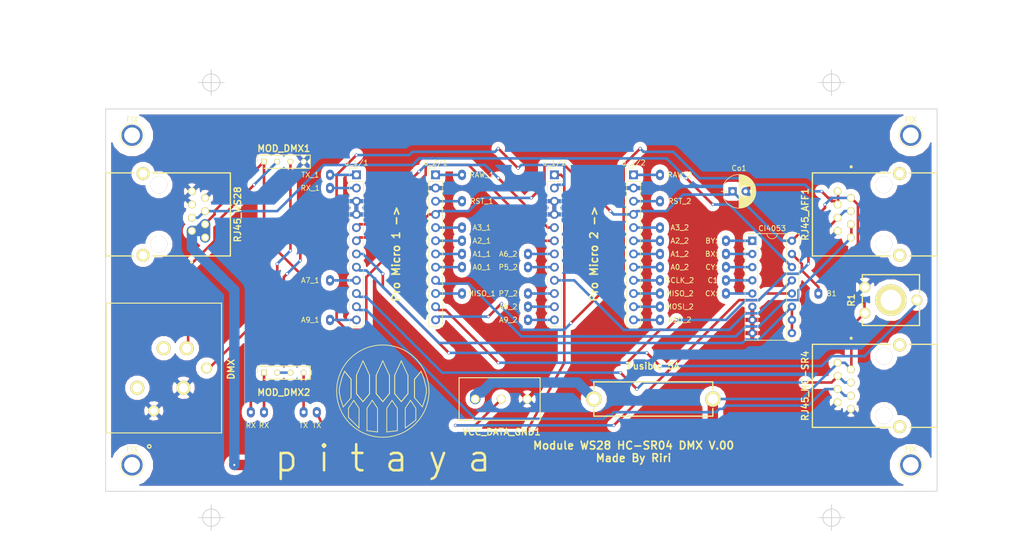
<source format=kicad_pcb>
(kicad_pcb (version 4) (host pcbnew 4.0.6)
  (title_block (title "Module WS28 HC-SR04 DMX") (date 2017-09-18) (rev "V 00") (company PITAYA))
  (layers (0 F.Cu signal) (31 B.Cu signal) (34 B.Paste user) (35 F.Paste user) (36 B.SilkS user) (37 F.SilkS user) (38 B.Mask user) (39 F.Mask user) (44 Edge.Cuts user))
  (net 0 "")
  (net 1 "Net-(C1-Pad1)")
  (net 2 "Net-(CI4053-Pad10)")
  (net 3 "Net-(CI4053-Pad3)")
  (net 4 "Net-(CI4053-Pad12)")
  (net 5 "Net-(CI4053-Pad5)")
  (net 6 "Net-(CI4053-Pad13)")
  (net 7 "Net-(CI4053-Pad14)")
  (net 8 "Net-(DMX_OUT_1-Pad2)")
  (net 9 "Net-(DMX_OUT_1-Pad3)")
  (net 10 "Net-(MOD_DMX2-Pad2)")
  (net 11 "Net-(R1-Pad2)")
  (net 12 "Net-(RJ45_AFF1-Pad2)")
  (net 13 "Net-(RJ45_AFF1-Pad4)")
  (net 14 "Net-(RJ45_AFF1-Pad6)")
  (net 15 "Net-(ù_1/1-Pad5)")
  (net 16 "Net-(ù_1/1-Pad6)")
  (net 17 "Net-(A0_1-Pad1)")
  (net 18 "Net-(A1_1-Pad1)")
  (net 19 "Net-(A2_1-Pad1)")
  (net 20 "Net-(A3_1-Pad1)")
  (net 21 "Net-(A7_1-Pad1)")
  (net 22 "Net-(A9_1-Pad1)")
  (net 23 "Net-(MISO_1-Pad1)")
  (net 24 "Net-(RAW_1-Pad1)")
  (net 25 "Net-(RST_1-Pad1)")
  (net 26 "Net-(RX_1-Pad1)")
  (net 27 "Net-(TX_1-Pad1)")
  (net 28 "Net-(A0_2-Pad1)")
  (net 29 "Net-(A1_2-Pad1)")
  (net 30 "Net-(A2_2-Pad1)")
  (net 31 "Net-(A3_2-Pad1)")
  (net 32 "Net-(A6_2-Pad1)")
  (net 33 "Net-(A8_2-Pad1)")
  (net 34 "Net-(A9_2-Pad1)")
  (net 35 "Net-(A10_2-Pad1)")
  (net 36 "Net-(B1-Pad1)")
  (net 37 "Net-(BX1-Pad1)")
  (net 38 "Net-(BY1-Pad1)")
  (net 39 "Net-(CI4053-Pad6)")
  (net 40 "Net-(CI4053-Pad16)")
  (net 41 "Net-(MISO_2-Pad1)")
  (net 42 "Net-(MOD_DMX2-Pad1)")
  (net 43 "Net-(MOD_DMX2-Pad4)")
  (net 44 "Net-(MOSI_2-Pad1)")
  (net 45 "Net-(P5_2-Pad1)")
  (net 46 "Net-(P7_2-Pad1)")
  (net 47 "Net-(RAW_2-Pad1)")
  (net 48 "Net-(RJ45_HC-SR4-Pad3)")
  (net 49 "Net-(RJ45_HC-SR4-Pad5)")
  (net 50 "Net-(RST_2-Pad1)")
  (net 51 "Net-(SCLK_2-Pad1)")
  (net 52 "Net-(U1-Pad1)")
  (net 53 "Net-(RX_2-Pad1)")
  (net 54 "Net-(TX1-Pad1)")
  (module FX0321 (layer F.Cu) (at 186.69 109.22)
    (fp_text reference "Fusible 5A" (at 0 -6.35) (layer F.SilkS) (effects (font (size 1.27 1.27) (thickness 0.254))))
    (fp_text value FX0321 hide)
    (pad 1 thru_hole circle (at -11.45 0 90) (size 3 3) (drill 2) (layers *.Cu *.Mask F.SilkS) (net 52 "Net-(U1-Pad1)"))
    (pad 2 thru_hole circle (at 11.45 0 90) (size 3 3) (drill 2) (layers *.Cu *.Mask F.SilkS) (net 40 "Net-(CI4053-Pad16)"))
  )
  (module Connectors:1pin (layer F.Cu) (at 86.36 58.42)
    (fp_text reference FIX (at 0 -3.048) (layer F.SilkS))
    (fp_text value 1pin)
    (pad 1 thru_hole circle (at 0 0) (size 4.064 4.064) (drill 3.048) (layers *.Cu *.Mask))
  )
  (module Connectors:1pin (layer F.Cu) (at 86.36 121.92)
    (fp_text reference FIX (at 0 -3.048) (layer F.SilkS))
    (fp_text value 1pin)
    (pad 1 thru_hole circle (at 0 0) (size 4.064 4.064) (drill 3.048) (layers *.Cu *.Mask))
  )
  (module Connectors:1pin (layer F.Cu) (at 236.22 121.92)
    (fp_text reference FIX (at 0 -3.048) (layer F.SilkS))
    (fp_text value 1pin)
    (pad 1 thru_hole circle (at 0 0) (size 4.064 4.064) (drill 3.048) (layers *.Cu *.Mask))
  )
  (module "TM21R-5C-88(riri)" (layer F.Cu) (at 81.28 73.66 270)
    (fp_text reference RJ45_WS28 (at 0 -25.4 270) (layer F.SilkS) (effects (font (size 1.27 1.27) (thickness 0.254))))
    (fp_text value "TM21R-5C-88(50)" hide)
    (pad 1 thru_hole circle (at 3.175 -16.6) (size 1.5 1.5) (drill 1) (layers *.Cu *.Mask F.SilkS) (net 40 "Net-(CI4053-Pad16)"))
    (pad 2 thru_hole circle (at 4.445 -19.14) (size 1.5 1.5) (drill 1) (layers *.Cu *.Mask F.SilkS) (net 40 "Net-(CI4053-Pad16)"))
    (pad 3 thru_hole circle (at 1.905 -19.14) (size 1.5 1.5) (drill 1) (layers *.Cu *.Mask F.SilkS) (net 40 "Net-(CI4053-Pad16)"))
    (pad 4 thru_hole circle (at 0.635 -16.6) (size 1.5 1.5) (drill 1) (layers *.Cu *.Mask F.SilkS) (net 7 "Net-(CI4053-Pad14)"))
    (pad 5 thru_hole circle (at -0.635 -19.14) (size 1.5 1.5) (drill 1) (layers *.Cu *.Mask F.SilkS) (net 7 "Net-(CI4053-Pad14)"))
    (pad 6 thru_hole circle (at -1.905 -16.6) (size 1.5 1.5) (drill 1) (layers *.Cu *.Mask F.SilkS) (net 39 "Net-(CI4053-Pad6)"))
    (pad 7 thru_hole circle (at -4.445 -16.6) (size 1.5 1.5) (drill 1) (layers *.Cu *.Mask F.SilkS) (net 39 "Net-(CI4053-Pad6)"))
    (pad 8 thru_hole circle (at -3.175 -19.14) (size 1.5 1.5) (drill 1) (layers *.Cu *.Mask F.SilkS) (net 39 "Net-(CI4053-Pad6)"))
    (pad 9 thru_hole circle (at -5.715 -10.25) (size 3.2 3.2) (drill 3.2) (layers *.Cu *.Mask F.SilkS))
    (pad 10 thru_hole circle (at 5.715 -10.25) (size 3.2 3.2) (drill 3.2) (layers *.Cu *.Mask F.SilkS))
    (pad 11 thru_hole circle (at -7.875 -7.2) (size 2.5 2.5) (drill 1.6) (layers *.Cu *.Mask F.SilkS))
    (pad 12 thru_hole circle (at 7.875 -7.2) (size 2.5 2.5) (drill 1.6) (layers *.Cu *.Mask F.SilkS))
  )
  (module Housings_DIP:DIP-16_W7.62mm_Socket (layer F.Cu) (at 205.74 78.74)
    (fp_text reference CI4053 (at 3.81 -2.39) (layer F.SilkS))
    (fp_text value 4053)
    (pad 1 thru_hole rect (at 0 0) (size 1.6 1.6) (drill 0.8) (layers *.Cu *.Mask) (net 38 "Net-(BY1-Pad1)"))
    (pad 9 thru_hole oval (at 7.62 17.78) (size 1.6 1.6) (drill 0.8) (layers *.Cu *.Mask) (net 2 "Net-(CI4053-Pad10)"))
    (pad 2 thru_hole oval (at 0 2.54) (size 1.6 1.6) (drill 0.8) (layers *.Cu *.Mask) (net 37 "Net-(BX1-Pad1)"))
    (pad 10 thru_hole oval (at 7.62 15.24) (size 1.6 1.6) (drill 0.8) (layers *.Cu *.Mask) (net 2 "Net-(CI4053-Pad10)"))
    (pad 3 thru_hole oval (at 0 5.08) (size 1.6 1.6) (drill 0.8) (layers *.Cu *.Mask) (net 3 "Net-(CI4053-Pad3)"))
    (pad 11 thru_hole oval (at 7.62 12.7) (size 1.6 1.6) (drill 0.8) (layers *.Cu *.Mask) (net 2 "Net-(CI4053-Pad10)"))
    (pad 4 thru_hole oval (at 0 7.62) (size 1.6 1.6) (drill 0.8) (layers *.Cu *.Mask) (net 1 "Net-(C1-Pad1)"))
    (pad 12 thru_hole oval (at 7.62 10.16) (size 1.6 1.6) (drill 0.8) (layers *.Cu *.Mask) (net 4 "Net-(CI4053-Pad12)"))
    (pad 5 thru_hole oval (at 0 10.16) (size 1.6 1.6) (drill 0.8) (layers *.Cu *.Mask) (net 5 "Net-(CI4053-Pad5)"))
    (pad 13 thru_hole oval (at 7.62 7.62) (size 1.6 1.6) (drill 0.8) (layers *.Cu *.Mask) (net 6 "Net-(CI4053-Pad13)"))
    (pad 6 thru_hole oval (at 0 12.7) (size 1.6 1.6) (drill 0.8) (layers *.Cu *.Mask) (net 39 "Net-(CI4053-Pad6)"))
    (pad 14 thru_hole oval (at 7.62 5.08) (size 1.6 1.6) (drill 0.8) (layers *.Cu *.Mask) (net 7 "Net-(CI4053-Pad14)"))
    (pad 7 thru_hole oval (at 0 15.24) (size 1.6 1.6) (drill 0.8) (layers *.Cu *.Mask) (net 39 "Net-(CI4053-Pad6)"))
    (pad 15 thru_hole oval (at 7.62 2.54) (size 1.6 1.6) (drill 0.8) (layers *.Cu *.Mask) (net 36 "Net-(B1-Pad1)"))
    (pad 8 thru_hole oval (at 0 17.78) (size 1.6 1.6) (drill 0.8) (layers *.Cu *.Mask) (net 39 "Net-(CI4053-Pad6)"))
    (pad 16 thru_hole oval (at 7.62 0) (size 1.6 1.6) (drill 0.8) (layers *.Cu *.Mask) (net 40 "Net-(CI4053-Pad16)"))
  )
  (module SHDR04 (layer F.Cu) (at 111.76 63.5)
    (fp_text reference MOD_DMX1 (at 3.81 -2.54) (layer F.SilkS) (effects (font (size 1.27 1.27) (thickness 0.254))))
    (fp_text value W35504TRC_good hide)
    (pad 1 thru_hole rect (at 0 0 90) (size 1.1 1.1) (drill 0.7) (layers *.Cu *.Mask F.SilkS) (net 40 "Net-(CI4053-Pad16)"))
    (pad 2 thru_hole circle (at 2.54 0 90) (size 1.1 1.1) (drill 0.7) (layers *.Cu *.Mask F.SilkS) (net 8 "Net-(DMX_OUT_1-Pad2)"))
    (pad 3 thru_hole circle (at 5.08 0 90) (size 1.1 1.1) (drill 0.7) (layers *.Cu *.Mask F.SilkS) (net 9 "Net-(DMX_OUT_1-Pad3)"))
    (pad 4 thru_hole circle (at 7.62 0 90) (size 1.1 1.1) (drill 0.7) (layers *.Cu *.Mask F.SilkS) (net 39 "Net-(CI4053-Pad6)"))
  )
  (module SHDR04 (layer F.Cu) (at 111.76 104.14)
    (fp_text reference MOD_DMX2 (at 3.81 3.81) (layer F.SilkS) (effects (font (size 1.27 1.27) (thickness 0.254))))
    (fp_text value W35504TRC_good hide)
    (pad 1 thru_hole rect (at 0 0 90) (size 1.1 1.1) (drill 0.7) (layers *.Cu *.Mask F.SilkS) (net 42 "Net-(MOD_DMX2-Pad1)"))
    (pad 2 thru_hole circle (at 2.54 0 90) (size 1.1 1.1) (drill 0.7) (layers *.Cu *.Mask F.SilkS) (net 10 "Net-(MOD_DMX2-Pad2)"))
    (pad 3 thru_hole circle (at 5.08 0 90) (size 1.1 1.1) (drill 0.7) (layers *.Cu *.Mask F.SilkS) (net 10 "Net-(MOD_DMX2-Pad2)"))
    (pad 4 thru_hole circle (at 7.62 0 90) (size 1.1 1.1) (drill 0.7) (layers *.Cu *.Mask F.SilkS) (net 43 "Net-(MOD_DMX2-Pad4)"))
  )
  (module "TM21R-5C-88(riri)" (layer F.Cu) (at 241.3 73.66 90)
    (fp_text reference RJ45_AFF1 (at 0 -25.4 90) (layer F.SilkS) (effects (font (size 1.27 1.27) (thickness 0.254))))
    (fp_text value "TM21R-5C-88(50)" hide)
    (pad 1 thru_hole circle (at 3.175 -16.6 180) (size 1.5 1.5) (drill 1) (layers *.Cu *.Mask F.SilkS) (net 40 "Net-(CI4053-Pad16)"))
    (pad 2 thru_hole circle (at 4.445 -19.14 180) (size 1.5 1.5) (drill 1) (layers *.Cu *.Mask F.SilkS) (net 12 "Net-(RJ45_AFF1-Pad2)"))
    (pad 3 thru_hole circle (at 1.905 -19.14 180) (size 1.5 1.5) (drill 1) (layers *.Cu *.Mask F.SilkS) (net 12 "Net-(RJ45_AFF1-Pad2)"))
    (pad 4 thru_hole circle (at 0.635 -16.6 180) (size 1.5 1.5) (drill 1) (layers *.Cu *.Mask F.SilkS) (net 13 "Net-(RJ45_AFF1-Pad4)"))
    (pad 5 thru_hole circle (at -0.635 -19.14 180) (size 1.5 1.5) (drill 1) (layers *.Cu *.Mask F.SilkS) (net 13 "Net-(RJ45_AFF1-Pad4)"))
    (pad 6 thru_hole circle (at -1.905 -16.6 180) (size 1.5 1.5) (drill 1) (layers *.Cu *.Mask F.SilkS) (net 14 "Net-(RJ45_AFF1-Pad6)"))
    (pad 7 thru_hole circle (at -4.445 -16.6 180) (size 1.5 1.5) (drill 1) (layers *.Cu *.Mask F.SilkS) (net 14 "Net-(RJ45_AFF1-Pad6)"))
    (pad 8 thru_hole circle (at -3.175 -19.14 180) (size 1.5 1.5) (drill 1) (layers *.Cu *.Mask F.SilkS) (net 39 "Net-(CI4053-Pad6)"))
    (pad 9 thru_hole circle (at -5.715 -10.25 180) (size 3.2 3.2) (drill 3.2) (layers *.Cu *.Mask F.SilkS))
    (pad 10 thru_hole circle (at 5.715 -10.25 180) (size 3.2 3.2) (drill 3.2) (layers *.Cu *.Mask F.SilkS))
    (pad 11 thru_hole circle (at -7.875 -7.2 180) (size 2.5 2.5) (drill 1.6) (layers *.Cu *.Mask F.SilkS))
    (pad 12 thru_hole circle (at 7.875 -7.2 180) (size 2.5 2.5) (drill 1.6) (layers *.Cu *.Mask F.SilkS))
  )
  (module Pin_Headers:Pin_Header_Straight_1x12_Pitch2.54mm (layer F.Cu) (at 129.54 66.04)
    (fp_text reference ù_1/1 (at 0 -2.33) (layer F.SilkS))
    (fp_text value CONN_01X12)
    (pad 1 thru_hole rect (at 0 0) (size 1.7 1.7) (drill 1) (layers *.Cu *.Mask) (net 27 "Net-(TX_1-Pad1)"))
    (pad 2 thru_hole oval (at 0 2.54) (size 1.7 1.7) (drill 1) (layers *.Cu *.Mask) (net 26 "Net-(RX_1-Pad1)"))
    (pad 3 thru_hole oval (at 0 5.08) (size 1.7 1.7) (drill 1) (layers *.Cu *.Mask) (net 39 "Net-(CI4053-Pad6)"))
    (pad 4 thru_hole oval (at 0 7.62) (size 1.7 1.7) (drill 1) (layers *.Cu *.Mask) (net 39 "Net-(CI4053-Pad6)"))
    (pad 5 thru_hole oval (at 0 10.16) (size 1.7 1.7) (drill 1) (layers *.Cu *.Mask) (net 15 "Net-(ù_1/1-Pad5)"))
    (pad 6 thru_hole oval (at 0 12.7) (size 1.7 1.7) (drill 1) (layers *.Cu *.Mask) (net 16 "Net-(ù_1/1-Pad6)"))
    (pad 7 thru_hole oval (at 0 15.24) (size 1.7 1.7) (drill 1) (layers *.Cu *.Mask) (net 11 "Net-(R1-Pad2)"))
    (pad 8 thru_hole oval (at 0 17.78) (size 1.7 1.7) (drill 1) (layers *.Cu *.Mask) (net 2 "Net-(CI4053-Pad10)"))
    (pad 9 thru_hole oval (at 0 20.32) (size 1.7 1.7) (drill 1) (layers *.Cu *.Mask) (net 21 "Net-(A7_1-Pad1)"))
    (pad 10 thru_hole oval (at 0 22.86) (size 1.7 1.7) (drill 1) (layers *.Cu *.Mask) (net 48 "Net-(RJ45_HC-SR4-Pad3)"))
    (pad 11 thru_hole oval (at 0 25.4) (size 1.7 1.7) (drill 1) (layers *.Cu *.Mask) (net 49 "Net-(RJ45_HC-SR4-Pad5)"))
    (pad 12 thru_hole oval (at 0 27.94) (size 1.7 1.7) (drill 1) (layers *.Cu *.Mask) (net 22 "Net-(A9_1-Pad1)"))
  )
  (module Pin_Headers:Pin_Header_Straight_1x12_Pitch2.54mm (layer F.Cu) (at 167.64 66.04)
    (fp_text reference ù_1/2 (at 0 -2.33) (layer F.SilkS))
    (fp_text value CONN_01X12)
    (pad 1 thru_hole rect (at 0 0) (size 1.7 1.7) (drill 1) (layers *.Cu *.Mask) (net 54 "Net-(TX1-Pad1)"))
    (pad 2 thru_hole oval (at 0 2.54) (size 1.7 1.7) (drill 1) (layers *.Cu *.Mask) (net 53 "Net-(RX_2-Pad1)"))
    (pad 3 thru_hole oval (at 0 5.08) (size 1.7 1.7) (drill 1) (layers *.Cu *.Mask) (net 39 "Net-(CI4053-Pad6)"))
    (pad 4 thru_hole oval (at 0 7.62) (size 1.7 1.7) (drill 1) (layers *.Cu *.Mask) (net 39 "Net-(CI4053-Pad6)"))
    (pad 5 thru_hole oval (at 0 10.16) (size 1.7 1.7) (drill 1) (layers *.Cu *.Mask) (net 15 "Net-(ù_1/1-Pad5)"))
    (pad 6 thru_hole oval (at 0 12.7) (size 1.7 1.7) (drill 1) (layers *.Cu *.Mask) (net 16 "Net-(ù_1/1-Pad6)"))
    (pad 7 thru_hole oval (at 0 15.24) (size 1.7 1.7) (drill 1) (layers *.Cu *.Mask) (net 32 "Net-(A6_2-Pad1)"))
    (pad 8 thru_hole oval (at 0 17.78) (size 1.7 1.7) (drill 1) (layers *.Cu *.Mask) (net 45 "Net-(P5_2-Pad1)"))
    (pad 9 thru_hole oval (at 0 20.32) (size 1.7 1.7) (drill 1) (layers *.Cu *.Mask) (net 6 "Net-(CI4053-Pad13)"))
    (pad 10 thru_hole oval (at 0 22.86) (size 1.7 1.7) (drill 1) (layers *.Cu *.Mask) (net 46 "Net-(P7_2-Pad1)"))
    (pad 11 thru_hole oval (at 0 25.4) (size 1.7 1.7) (drill 1) (layers *.Cu *.Mask) (net 33 "Net-(A8_2-Pad1)"))
    (pad 12 thru_hole oval (at 0 27.94) (size 1.7 1.7) (drill 1) (layers *.Cu *.Mask) (net 34 "Net-(A9_2-Pad1)"))
  )
  (module Pin_Headers:Pin_Header_Straight_1x12_Pitch2.54mm (layer F.Cu) (at 144.78 66.04)
    (fp_text reference ù_2/1 (at 0 -2.33) (layer F.SilkS))
    (fp_text value CONN_01X12)
    (pad 1 thru_hole rect (at 0 0) (size 1.7 1.7) (drill 1) (layers *.Cu *.Mask) (net 24 "Net-(RAW_1-Pad1)"))
    (pad 2 thru_hole oval (at 0 2.54) (size 1.7 1.7) (drill 1) (layers *.Cu *.Mask) (net 39 "Net-(CI4053-Pad6)"))
    (pad 3 thru_hole oval (at 0 5.08) (size 1.7 1.7) (drill 1) (layers *.Cu *.Mask) (net 25 "Net-(RST_1-Pad1)"))
    (pad 4 thru_hole oval (at 0 7.62) (size 1.7 1.7) (drill 1) (layers *.Cu *.Mask) (net 40 "Net-(CI4053-Pad16)"))
    (pad 5 thru_hole oval (at 0 10.16) (size 1.7 1.7) (drill 1) (layers *.Cu *.Mask) (net 20 "Net-(A3_1-Pad1)"))
    (pad 6 thru_hole oval (at 0 12.7) (size 1.7 1.7) (drill 1) (layers *.Cu *.Mask) (net 19 "Net-(A2_1-Pad1)"))
    (pad 7 thru_hole oval (at 0 15.24) (size 1.7 1.7) (drill 1) (layers *.Cu *.Mask) (net 18 "Net-(A1_1-Pad1)"))
    (pad 8 thru_hole oval (at 0 17.78) (size 1.7 1.7) (drill 1) (layers *.Cu *.Mask) (net 17 "Net-(A0_1-Pad1)"))
    (pad 9 thru_hole oval (at 0 20.32) (size 1.7 1.7) (drill 1) (layers *.Cu *.Mask) (net 14 "Net-(RJ45_AFF1-Pad6)"))
    (pad 10 thru_hole oval (at 0 22.86) (size 1.7 1.7) (drill 1) (layers *.Cu *.Mask) (net 23 "Net-(MISO_1-Pad1)"))
    (pad 11 thru_hole oval (at 0 25.4) (size 1.7 1.7) (drill 1) (layers *.Cu *.Mask) (net 13 "Net-(RJ45_AFF1-Pad4)"))
    (pad 12 thru_hole oval (at 0 27.94) (size 1.7 1.7) (drill 1) (layers *.Cu *.Mask) (net 12 "Net-(RJ45_AFF1-Pad2)"))
  )
  (module Pin_Headers:Pin_Header_Straight_1x12_Pitch2.54mm (layer F.Cu) (at 182.88 66.04)
    (fp_text reference ù_2/2 (at 0 -2.33) (layer F.SilkS))
    (fp_text value CONN_01X12)
    (pad 1 thru_hole rect (at 0 0) (size 1.7 1.7) (drill 1) (layers *.Cu *.Mask) (net 47 "Net-(RAW_2-Pad1)"))
    (pad 2 thru_hole oval (at 0 2.54) (size 1.7 1.7) (drill 1) (layers *.Cu *.Mask) (net 39 "Net-(CI4053-Pad6)"))
    (pad 3 thru_hole oval (at 0 5.08) (size 1.7 1.7) (drill 1) (layers *.Cu *.Mask) (net 50 "Net-(RST_2-Pad1)"))
    (pad 4 thru_hole oval (at 0 7.62) (size 1.7 1.7) (drill 1) (layers *.Cu *.Mask) (net 40 "Net-(CI4053-Pad16)"))
    (pad 5 thru_hole oval (at 0 10.16) (size 1.7 1.7) (drill 1) (layers *.Cu *.Mask) (net 31 "Net-(A3_2-Pad1)"))
    (pad 6 thru_hole oval (at 0 12.7) (size 1.7 1.7) (drill 1) (layers *.Cu *.Mask) (net 30 "Net-(A2_2-Pad1)"))
    (pad 7 thru_hole oval (at 0 15.24) (size 1.7 1.7) (drill 1) (layers *.Cu *.Mask) (net 29 "Net-(A1_2-Pad1)"))
    (pad 8 thru_hole oval (at 0 17.78) (size 1.7 1.7) (drill 1) (layers *.Cu *.Mask) (net 28 "Net-(A0_2-Pad1)"))
    (pad 9 thru_hole oval (at 0 20.32) (size 1.7 1.7) (drill 1) (layers *.Cu *.Mask) (net 51 "Net-(SCLK_2-Pad1)"))
    (pad 10 thru_hole oval (at 0 22.86) (size 1.7 1.7) (drill 1) (layers *.Cu *.Mask) (net 41 "Net-(MISO_2-Pad1)"))
    (pad 11 thru_hole oval (at 0 25.4) (size 1.7 1.7) (drill 1) (layers *.Cu *.Mask) (net 44 "Net-(MOSI_2-Pad1)"))
    (pad 12 thru_hole oval (at 0 27.94) (size 1.7 1.7) (drill 1) (layers *.Cu *.Mask) (net 35 "Net-(A10_2-Pad1)"))
  )
  (module j_1_pin (layer F.Cu) (at 149.86 83.82)
    (fp_text reference A0_1 (at 3.81 0) (layer F.SilkS))
    (fp_text value CONN_01X01)
    (pad 1 thru_hole oval (at 0 0) (size 1.524 2) (drill 0.762) (layers *.Cu *.Mask) (net 17 "Net-(A0_1-Pad1)"))
  )
  (module j_1_pin (layer F.Cu) (at 149.86 81.28)
    (fp_text reference A1_1 (at 3.81 0) (layer F.SilkS))
    (fp_text value CONN_01X01)
    (pad 1 thru_hole oval (at 0 0) (size 1.524 2) (drill 0.762) (layers *.Cu *.Mask) (net 18 "Net-(A1_1-Pad1)"))
  )
  (module j_1_pin (layer F.Cu) (at 149.86 78.74)
    (fp_text reference A2_1 (at 3.81 0) (layer F.SilkS))
    (fp_text value CONN_01X01)
    (pad 1 thru_hole oval (at 0 0) (size 1.524 2) (drill 0.762) (layers *.Cu *.Mask) (net 19 "Net-(A2_1-Pad1)"))
  )
  (module j_1_pin (layer F.Cu) (at 149.86 76.2)
    (fp_text reference A3_1 (at 3.81 0) (layer F.SilkS))
    (fp_text value CONN_01X01)
    (pad 1 thru_hole oval (at 0 0) (size 1.524 2) (drill 0.762) (layers *.Cu *.Mask) (net 20 "Net-(A3_1-Pad1)"))
  )
  (module j_1_pin (layer F.Cu) (at 124.46 86.36)
    (fp_text reference A7_1 (at -3.81 0) (layer F.SilkS))
    (fp_text value CONN_01X01)
    (pad 1 thru_hole oval (at 0 0) (size 1.524 2) (drill 0.762) (layers *.Cu *.Mask) (net 21 "Net-(A7_1-Pad1)"))
  )
  (module j_1_pin (layer F.Cu) (at 124.46 93.98)
    (fp_text reference A9_1 (at -3.81 0) (layer F.SilkS))
    (fp_text value CONN_01X01)
    (pad 1 thru_hole oval (at 0 0) (size 1.524 2) (drill 0.762) (layers *.Cu *.Mask) (net 22 "Net-(A9_1-Pad1)"))
  )
  (module j_1_pin (layer F.Cu) (at 149.86 88.9)
    (fp_text reference MISO_1 (at 3.81 0) (layer F.SilkS))
    (fp_text value CONN_01X01)
    (pad 1 thru_hole oval (at 0 0) (size 1.524 2) (drill 0.762) (layers *.Cu *.Mask) (net 23 "Net-(MISO_1-Pad1)"))
  )
  (module CB10LV103M (layer F.Cu) (at 232.41 90.17 270)
    (fp_text reference R1 (at 0 7.62 270) (layer F.SilkS) (effects (font (size 1.27 1.27) (thickness 0.254))))
    (fp_text value CB10LV103M hide)
    (pad 1 thru_hole circle (at -2.5 5) (size 2.1 2.1) (drill 1.4) (layers *.Cu *.Mask F.SilkS) (net 39 "Net-(CI4053-Pad6)"))
    (pad 2 thru_hole circle (at 0 -5) (size 2.1 2.1) (drill 1.4) (layers *.Cu *.Mask F.SilkS) (net 11 "Net-(R1-Pad2)"))
    (pad 3 thru_hole circle (at 2.5 5) (size 2.1 2.1) (drill 1.4) (layers *.Cu *.Mask F.SilkS) (net 40 "Net-(CI4053-Pad16)"))
    (pad 4 thru_hole circle (at 0 0) (size 6 6) (drill 4) (layers *.Cu *.Mask F.SilkS))
  )
  (module j_1_pin (layer F.Cu) (at 149.86 66.04)
    (fp_text reference RAW_1 (at 3.81 0) (layer F.SilkS))
    (fp_text value CONN_01X01)
    (pad 1 thru_hole oval (at 0 0) (size 1.524 2) (drill 0.762) (layers *.Cu *.Mask) (net 24 "Net-(RAW_1-Pad1)"))
  )
  (module j_1_pin (layer F.Cu) (at 149.86 71.12)
    (fp_text reference RST_1 (at 3.81 0) (layer F.SilkS))
    (fp_text value CONN_01X01)
    (pad 1 thru_hole oval (at 0 0) (size 1.524 2) (drill 0.762) (layers *.Cu *.Mask) (net 25 "Net-(RST_1-Pad1)"))
  )
  (module j_1_pin (layer F.Cu) (at 124.46 68.58)
    (fp_text reference RX_1 (at -3.81 0) (layer F.SilkS))
    (fp_text value CONN_01X01)
    (pad 1 thru_hole oval (at 0 0) (size 1.524 2) (drill 0.762) (layers *.Cu *.Mask) (net 26 "Net-(RX_1-Pad1)"))
  )
  (module j_1_pin (layer F.Cu) (at 124.46 66.04)
    (fp_text reference TX_1 (at -3.81 0) (layer F.SilkS))
    (fp_text value CONN_01X01)
    (pad 1 thru_hole oval (at 0 0) (size 1.524 2) (drill 0.762) (layers *.Cu *.Mask) (net 27 "Net-(TX_1-Pad1)"))
  )
  (module j_1_pin (layer F.Cu) (at 187.96 83.82)
    (fp_text reference A0_2 (at 3.81 0) (layer F.SilkS))
    (fp_text value CONN_01X01)
    (pad 1 thru_hole oval (at 0 0) (size 1.524 2) (drill 0.762) (layers *.Cu *.Mask) (net 28 "Net-(A0_2-Pad1)"))
  )
  (module j_1_pin (layer F.Cu) (at 187.96 81.28)
    (fp_text reference A1_2 (at 3.81 0) (layer F.SilkS))
    (fp_text value CONN_01X01)
    (pad 1 thru_hole oval (at 0 0) (size 1.524 2) (drill 0.762) (layers *.Cu *.Mask) (net 29 "Net-(A1_2-Pad1)"))
  )
  (module j_1_pin (layer F.Cu) (at 187.96 78.74)
    (fp_text reference A2_2 (at 3.81 0) (layer F.SilkS))
    (fp_text value CONN_01X01)
    (pad 1 thru_hole oval (at 0 0) (size 1.524 2) (drill 0.762) (layers *.Cu *.Mask) (net 30 "Net-(A2_2-Pad1)"))
  )
  (module j_1_pin (layer F.Cu) (at 187.96 76.2)
    (fp_text reference A3_2 (at 3.81 0) (layer F.SilkS))
    (fp_text value CONN_01X01)
    (pad 1 thru_hole oval (at 0 0) (size 1.524 2) (drill 0.762) (layers *.Cu *.Mask) (net 31 "Net-(A3_2-Pad1)"))
  )
  (module j_1_pin (layer F.Cu) (at 162.56 81.28)
    (fp_text reference A6_2 (at -3.81 0) (layer F.SilkS))
    (fp_text value CONN_01X01)
    (pad 1 thru_hole oval (at 0 0) (size 1.524 2) (drill 0.762) (layers *.Cu *.Mask) (net 32 "Net-(A6_2-Pad1)"))
  )
  (module j_1_pin (layer F.Cu) (at 162.56 91.44)
    (fp_text reference A8_2 (at -3.81 0) (layer F.SilkS))
    (fp_text value CONN_01X01)
    (pad 1 thru_hole oval (at 0 0) (size 1.524 2) (drill 0.762) (layers *.Cu *.Mask) (net 33 "Net-(A8_2-Pad1)"))
  )
  (module j_1_pin (layer F.Cu) (at 162.56 93.98)
    (fp_text reference A9_2 (at -3.81 0) (layer F.SilkS))
    (fp_text value CONN_01X01)
    (pad 1 thru_hole oval (at 0 0) (size 1.524 2) (drill 0.762) (layers *.Cu *.Mask) (net 34 "Net-(A9_2-Pad1)"))
  )
  (module j_1_pin (layer F.Cu) (at 187.96 93.98)
    (fp_text reference A10_2 (at 3.81 0) (layer F.SilkS))
    (fp_text value CONN_01X01)
    (pad 1 thru_hole oval (at 0 0) (size 1.524 2) (drill 0.762) (layers *.Cu *.Mask) (net 35 "Net-(A10_2-Pad1)"))
  )
  (module j_1_pin (layer F.Cu) (at 218.44 88.9)
    (fp_text reference B1 (at 2.54 0) (layer F.SilkS))
    (fp_text value CONN_01X01)
    (pad 1 thru_hole oval (at 0 0) (size 1.524 2) (drill 0.762) (layers *.Cu *.Mask) (net 36 "Net-(B1-Pad1)"))
  )
  (module j_1_pin (layer F.Cu) (at 200.66 81.28)
    (fp_text reference BX1 (at -2.54 0) (layer F.SilkS))
    (fp_text value CONN_01X01)
    (pad 1 thru_hole oval (at 0 0) (size 1.524 2) (drill 0.762) (layers *.Cu *.Mask) (net 37 "Net-(BX1-Pad1)"))
  )
  (module j_1_pin (layer F.Cu) (at 200.66 78.74)
    (fp_text reference BY1 (at -2.54 0) (layer F.SilkS))
    (fp_text value CONN_01X01)
    (pad 1 thru_hole oval (at 0 0) (size 1.524 2) (drill 0.762) (layers *.Cu *.Mask) (net 38 "Net-(BY1-Pad1)"))
  )
  (module Capacitors_THT:CP_Radial_D6.3mm_P2.50mm (layer F.Cu) (at 201.93 69.215)
    (fp_text reference Co1 (at 1.25 -4.46) (layer F.SilkS))
    (fp_text value 100uF)
    (pad 1 thru_hole rect (at 0 0) (size 1.6 1.6) (drill 0.8) (layers *.Cu *.Mask) (net 40 "Net-(CI4053-Pad16)"))
    (pad 2 thru_hole circle (at 2.5 0) (size 1.6 1.6) (drill 0.8) (layers *.Cu *.Mask) (net 39 "Net-(CI4053-Pad6)"))
  )
  (module j_1_pin (layer F.Cu) (at 200.66 88.9)
    (fp_text reference CX1 (at -2.54 0) (layer F.SilkS))
    (fp_text value CONN_01X01)
    (pad 1 thru_hole oval (at 0 0) (size 1.524 2) (drill 0.762) (layers *.Cu *.Mask) (net 5 "Net-(CI4053-Pad5)"))
  )
  (module j_1_pin (layer F.Cu) (at 200.66 83.82)
    (fp_text reference CY1 (at -2.54 0) (layer F.SilkS))
    (fp_text value CONN_01X01)
    (pad 1 thru_hole oval (at 0 0) (size 1.524 2) (drill 0.762) (layers *.Cu *.Mask) (net 3 "Net-(CI4053-Pad3)"))
  )
  (module j_1_pin (layer F.Cu) (at 187.96 88.9)
    (fp_text reference MISO_2 (at 3.81 0) (layer F.SilkS))
    (fp_text value CONN_01X01)
    (pad 1 thru_hole oval (at 0 0) (size 1.524 2) (drill 0.762) (layers *.Cu *.Mask) (net 41 "Net-(MISO_2-Pad1)"))
  )
  (module j_1_pin (layer F.Cu) (at 187.96 91.44)
    (fp_text reference MOSI_2 (at 3.81 0) (layer F.SilkS))
    (fp_text value CONN_01X01)
    (pad 1 thru_hole oval (at 0 0) (size 1.524 2) (drill 0.762) (layers *.Cu *.Mask) (net 44 "Net-(MOSI_2-Pad1)"))
  )
  (module j_1_pin (layer F.Cu) (at 162.56 83.82)
    (fp_text reference P5_2 (at -3.81 0) (layer F.SilkS))
    (fp_text value CONN_01X01)
    (pad 1 thru_hole oval (at 0 0) (size 1.524 2) (drill 0.762) (layers *.Cu *.Mask) (net 45 "Net-(P5_2-Pad1)"))
  )
  (module j_1_pin (layer F.Cu) (at 162.56 88.9)
    (fp_text reference P7_2 (at -3.81 0) (layer F.SilkS))
    (fp_text value CONN_01X01)
    (pad 1 thru_hole oval (at 0 0) (size 1.524 2) (drill 0.762) (layers *.Cu *.Mask) (net 46 "Net-(P7_2-Pad1)"))
  )
  (module j_1_pin (layer F.Cu) (at 187.96 66.04)
    (fp_text reference RAW_2 (at 3.81 0) (layer F.SilkS))
    (fp_text value CONN_01X01)
    (pad 1 thru_hole oval (at 0 0) (size 1.524 2) (drill 0.762) (layers *.Cu *.Mask) (net 47 "Net-(RAW_2-Pad1)"))
  )
  (module "TM21R-5C-88(riri)" (layer F.Cu) (at 241.3 106.68 90)
    (fp_text reference RJ45_HC-SR4 (at 0 -25.4 90) (layer F.SilkS) (effects (font (size 1.27 1.27) (thickness 0.254))))
    (fp_text value "TM21R-5C-88(50)" hide)
    (pad 1 thru_hole circle (at 3.175 -16.6 180) (size 1.5 1.5) (drill 1) (layers *.Cu *.Mask F.SilkS) (net 40 "Net-(CI4053-Pad16)"))
    (pad 2 thru_hole circle (at 4.445 -19.14 180) (size 1.5 1.5) (drill 1) (layers *.Cu *.Mask F.SilkS) (net 40 "Net-(CI4053-Pad16)"))
    (pad 3 thru_hole circle (at 1.905 -19.14 180) (size 1.5 1.5) (drill 1) (layers *.Cu *.Mask F.SilkS) (net 48 "Net-(RJ45_HC-SR4-Pad3)"))
    (pad 4 thru_hole circle (at 0.635 -16.6 180) (size 1.5 1.5) (drill 1) (layers *.Cu *.Mask F.SilkS) (net 48 "Net-(RJ45_HC-SR4-Pad3)"))
    (pad 5 thru_hole circle (at -0.635 -19.14 180) (size 1.5 1.5) (drill 1) (layers *.Cu *.Mask F.SilkS) (net 49 "Net-(RJ45_HC-SR4-Pad5)"))
    (pad 6 thru_hole circle (at -1.905 -16.6 180) (size 1.5 1.5) (drill 1) (layers *.Cu *.Mask F.SilkS) (net 49 "Net-(RJ45_HC-SR4-Pad5)"))
    (pad 7 thru_hole circle (at -4.445 -16.6 180) (size 1.5 1.5) (drill 1) (layers *.Cu *.Mask F.SilkS) (net 39 "Net-(CI4053-Pad6)"))
    (pad 8 thru_hole circle (at -3.175 -19.14 180) (size 1.5 1.5) (drill 1) (layers *.Cu *.Mask F.SilkS) (net 39 "Net-(CI4053-Pad6)"))
    (pad 9 thru_hole circle (at -5.715 -10.25 180) (size 3.2 3.2) (drill 3.2) (layers *.Cu *.Mask F.SilkS))
    (pad 10 thru_hole circle (at 5.715 -10.25 180) (size 3.2 3.2) (drill 3.2) (layers *.Cu *.Mask F.SilkS))
    (pad 11 thru_hole circle (at -7.875 -7.2 180) (size 2.5 2.5) (drill 1.6) (layers *.Cu *.Mask F.SilkS))
    (pad 12 thru_hole circle (at 7.875 -7.2 180) (size 2.5 2.5) (drill 1.6) (layers *.Cu *.Mask F.SilkS))
  )
  (module j_1_pin (layer F.Cu) (at 187.96 71.12)
    (fp_text reference RST_2 (at 3.81 0) (layer F.SilkS))
    (fp_text value CONN_01X01)
    (pad 1 thru_hole oval (at 0 0) (size 1.524 2) (drill 0.762) (layers *.Cu *.Mask) (net 50 "Net-(RST_2-Pad1)"))
  )
  (module j_1_pin (layer F.Cu) (at 187.96 86.36)
    (fp_text reference SCLK_2 (at 3.81 0) (layer F.SilkS))
    (fp_text value CONN_01X01)
    (pad 1 thru_hole oval (at 0 0) (size 1.524 2) (drill 0.762) (layers *.Cu *.Mask) (net 51 "Net-(SCLK_2-Pad1)"))
  )
  (module j_1_pin (layer F.Cu) (at 200.66 86.36)
    (fp_text reference C1 (at -2.54 0) (layer F.SilkS))
    (fp_text value CONN_01X01)
    (pad 1 thru_hole oval (at 0 0) (size 1.524 2) (drill 0.762) (layers *.Cu *.Mask) (net 1 "Net-(C1-Pad1)"))
  )
  (module NC3FAAH2_2 (layer F.Cu) (at 92.71 95.25 90)
    (fp_text reference DMX (at -8.255 12.7 90) (layer F.SilkS) (effects (font (size 1.27 1.27) (thickness 0.254))))
    (fp_text value NC3FAAH2 hide)
    (pad G thru_hole circle (at -16.25 -2.17 180) (size 2.1 2.1) (drill 1.4) (layers *.Cu *.Mask F.SilkS) (net 39 "Net-(CI4053-Pad6)"))
    (pad pl thru_hole circle (at -4.19 -0.26 180) (size 2.7 2.7) (drill 1.8) (layers *.Cu *.Mask F.SilkS))
    (pad 1 thru_hole circle (at -11.81 3.55 180) (size 2.7 2.7) (drill 1.8) (layers *.Cu *.Mask F.SilkS) (net 39 "Net-(CI4053-Pad6)"))
    (pad 2 thru_hole circle (at -4.19 4.185 180) (size 2.7 2.7) (drill 1.8) (layers *.Cu *.Mask F.SilkS) (net 8 "Net-(DMX_OUT_1-Pad2)"))
    (pad 3 thru_hole circle (at -8 8 180) (size 2.1 2.1) (drill 1.4) (layers *.Cu *.Mask F.SilkS) (net 9 "Net-(DMX_OUT_1-Pad3)"))
    (pad pl thru_hole circle (at -11.81 -5.34 180) (size 2.7 2.7) (drill 1.8) (layers *.Cu *.Mask F.SilkS))
  )
  (module Connectors:1pin (layer F.Cu) (at 236.22 58.42)
    (fp_text reference FIX (at 0 -3.048) (layer F.SilkS))
    (fp_text value 1pin)
    (pad 1 thru_hole circle (at 0 0) (size 4.064 4.064) (drill 3.048) (layers *.Cu *.Mask))
  )
  (module riri:logo_pitaya (layer F.Cu) (at 134.62 106.68)
    (fp_text reference "" (at 0 22.86) (layer F.SilkS))
    (fp_text value logo_pitaya)
    (fp_text user "p i t a y a" (at 0 13.97) (layer F.SilkS) (effects (font (size 5 5) (thickness 0.5))))
  )
  (module j_1_pin (layer F.Cu) (at 109.22 111.76)
    (fp_text reference RX (at 0 2.54) (layer F.SilkS))
    (fp_text value CONN_01X01)
    (pad 1 thru_hole oval (at 0 0) (size 1.524 2) (drill 0.762) (layers *.Cu *.Mask) (net 53 "Net-(RX_2-Pad1)"))
  )
  (module j_1_pin (layer F.Cu) (at 111.76 111.76)
    (fp_text reference RX (at 0 2.54) (layer F.SilkS))
    (fp_text value CONN_01X01)
    (pad 1 thru_hole oval (at 0 0) (size 1.524 2) (drill 0.762) (layers *.Cu *.Mask) (net 42 "Net-(MOD_DMX2-Pad1)"))
  )
  (module j_1_pin (layer F.Cu) (at 121.92 111.76)
    (fp_text reference TX (at 0 2.54) (layer F.SilkS))
    (fp_text value CONN_01X01)
    (pad 1 thru_hole oval (at 0 0) (size 1.524 2) (drill 0.762) (layers *.Cu *.Mask) (net 54 "Net-(TX1-Pad1)"))
  )
  (module j_1_pin (layer F.Cu) (at 119.38 111.76)
    (fp_text reference TX (at 0 2.54) (layer F.SilkS))
    (fp_text value CONN_01X01)
    (pad 1 thru_hole oval (at 0 0) (size 1.524 2) (drill 0.762) (layers *.Cu *.Mask) (net 43 "Net-(MOD_DMX2-Pad4)"))
  )
  (module SamacSys_Parts:282836-3 (layer F.Cu) (at 152.4 109.22)
    (fp_text reference VCC_DATA_GND1 (at 5.08 6.35) (layer F.SilkS) (effects (font (size 1.27 1.27) (thickness 0.254))))
    (fp_text value Screw_Terminal_1x08 hide)
    (pad 1 thru_hole circle (at 0 0 90) (size 1.7 1.7) (drill 1.2) (layers *.Cu *.Mask F.SilkS) (net 52 "Net-(U1-Pad1)"))
    (pad 2 thru_hole circle (at 5 0 90) (size 1.7 1.7) (drill 1.2) (layers *.Cu *.Mask F.SilkS) (net 4 "Net-(CI4053-Pad12)"))
    (pad 3 thru_hole circle (at 10 0 90) (size 1.7 1.7) (drill 1.2) (layers *.Cu *.Mask F.SilkS) (net 39 "Net-(CI4053-Pad6)"))
  )
  (gr_text "Pro Micro 2 ->" (at 175.26 81.28 90) (layer F.SilkS) (effects (font (size 1.5 1.5) (thickness 0.3))))
  (gr_text "Pro Micro 1 ->" (at 137.16 81.28 90) (layer F.SilkS) (effects (font (size 1.5 1.5) (thickness 0.3))))
  (gr_line (start 81.28 127) (end 81.28 53.34) (angle 90) (layer Edge.Cuts) (width 0.15))
  (gr_line (start 241.3 127) (end 81.28 127) (angle 90) (layer Edge.Cuts) (width 0.15))
  (gr_line (start 241.3 53.34) (end 241.3 127) (angle 90) (layer Edge.Cuts) (width 0.15))
  (gr_line (start 81.28 53.34) (end 241.3 53.34) (angle 90) (layer Edge.Cuts) (width 0.15))
  (gr_text "Module WS28 HC-SR04 DMX V.00\nMade By Riri" (at 182.88 119.38) (layer F.SilkS) (effects (font (size 1.5 1.5) (thickness 0.3))))
  (target plus (at 101.6 48.26) (size 5) (width 0.15) (layer Edge.Cuts))
  (target plus (at 220.98 48.26) (size 5) (width 0.15) (layer Edge.Cuts))
  (target plus (at 101.6 132.08) (size 5) (width 0.15) (layer Edge.Cuts))
  (target plus (at 220.98 132.08) (size 5) (width 0.15) (layer Edge.Cuts))
  (segment (start 200.66 86.36) (end 205.74 86.36) (width 0.5) (layer B.Cu) (net 1))
  (segment (start 129.54 83.82) (end 130.175 84.455) (width 0.5) (layer B.Cu) (net 2))
  (segment (start 130.175 84.455) (end 131.445 84.455) (width 0.5) (layer B.Cu) (net 2))
  (segment (start 131.445 84.455) (end 145.415 98.425) (width 0.5) (layer B.Cu) (net 2))
  (segment (start 145.415 98.425) (end 203.835 98.425) (width 0.5) (layer B.Cu) (net 2))
  (segment (start 203.835 98.425) (end 204.47 97.79) (width 0.5) (layer B.Cu) (net 2))
  (segment (start 204.47 97.79) (end 207.01 97.79) (width 0.5) (layer B.Cu) (net 2))
  (segment (start 207.01 97.79) (end 213.36 91.44) (width 0.5) (layer B.Cu) (net 2))
  (segment (start 213.36 93.98) (end 213.36 96.52) (width 0.5) (layer F.Cu) (net 2))
  (segment (start 213.36 91.44) (end 213.36 93.98) (width 0.5) (layer F.Cu) (net 2))
  (segment (start 200.66 83.82) (end 205.74 83.82) (width 0.5) (layer B.Cu) (net 3))
  (segment (start 157.4 109.22) (end 157.48 109.22) (width 0.5) (layer F.Cu) (net 4))
  (segment (start 157.48 109.22) (end 152.4 114.3) (width 0.5) (layer F.Cu) (net 4))
  (segment (start 152.4 114.3) (end 148.59 114.3) (width 0.5) (layer F.Cu) (net 4))
  (via (at 148.59 114.3) (size 0.6) (layers F.Cu B.Cu) (net 4))
  (segment (start 148.59 114.3) (end 179.07 114.3) (width 0.5) (layer B.Cu) (net 4))
  (via (at 179.07 114.3) (size 0.6) (layers F.Cu B.Cu) (net 4))
  (segment (start 179.07 114.3) (end 203.2 90.17) (width 0.5) (layer F.Cu) (net 4))
  (segment (start 203.2 90.17) (end 207.01 90.17) (width 0.5) (layer F.Cu) (net 4))
  (segment (start 207.01 90.17) (end 208.28 88.9) (width 0.5) (layer F.Cu) (net 4))
  (segment (start 208.28 88.9) (end 213.36 88.9) (width 0.5) (layer F.Cu) (net 4))
  (segment (start 200.66 88.9) (end 205.74 88.9) (width 0.5) (layer B.Cu) (net 5))
  (segment (start 213.36 86.36) (end 207.01 92.71) (width 0.5) (layer B.Cu) (net 6))
  (segment (start 207.01 92.71) (end 204.47 92.71) (width 0.5) (layer B.Cu) (net 6))
  (segment (start 204.47 92.71) (end 201.295 95.885) (width 0.5) (layer B.Cu) (net 6))
  (segment (start 201.295 95.885) (end 180.975 95.885) (width 0.5) (layer B.Cu) (net 6))
  (segment (start 180.975 95.885) (end 171.45 86.36) (width 0.5) (layer B.Cu) (net 6))
  (segment (start 171.45 86.36) (end 167.64 86.36) (width 0.5) (layer B.Cu) (net 6))
  (segment (start 213.36 83.82) (end 201.295 71.755) (width 0.5) (layer B.Cu) (net 7))
  (segment (start 201.295 71.755) (end 198.12 71.755) (width 0.5) (layer B.Cu) (net 7))
  (via (at 198.12 71.755) (size 0.6) (layers F.Cu B.Cu) (net 7))
  (segment (start 198.12 71.755) (end 193.04 66.675) (width 0.5) (layer F.Cu) (net 7))
  (via (at 193.04 66.675) (size 0.6) (layers F.Cu B.Cu) (net 7))
  (segment (start 193.04 66.675) (end 189.23 62.865) (width 0.5) (layer B.Cu) (net 7))
  (segment (start 189.23 62.865) (end 141.605 62.865) (width 0.5) (layer B.Cu) (net 7))
  (segment (start 141.605 62.865) (end 140.335 64.135) (width 0.5) (layer B.Cu) (net 7))
  (segment (start 140.335 64.135) (end 123.19 64.135) (width 0.5) (layer B.Cu) (net 7))
  (segment (start 123.19 64.135) (end 114.3 73.025) (width 0.5) (layer B.Cu) (net 7))
  (segment (start 114.3 73.025) (end 100.42 73.025) (width 0.5) (layer B.Cu) (net 7))
  (segment (start 100.42 73.025) (end 100.33 73.025) (width 0.5) (layer B.Cu) (net 7))
  (segment (start 100.33 73.025) (end 99.06 74.295) (width 0.5) (layer B.Cu) (net 7))
  (segment (start 99.06 74.295) (end 97.88 74.295) (width 0.5) (layer B.Cu) (net 7))
  (segment (start 114.3 63.5) (end 109.855 67.945) (width 0.5) (layer B.Cu) (net 8))
  (via (at 109.855 67.945) (size 0.6) (layers F.Cu B.Cu) (net 8))
  (segment (start 109.855 67.945) (end 103.505 74.295) (width 0.5) (layer F.Cu) (net 8))
  (segment (start 103.505 74.295) (end 103.505 74.93) (width 0.5) (layer F.Cu) (net 8))
  (segment (start 103.505 74.93) (end 102.235 76.2) (width 0.5) (layer F.Cu) (net 8))
  (segment (start 102.235 76.2) (end 102.235 78.74) (width 0.5) (layer F.Cu) (net 8))
  (segment (start 102.235 78.74) (end 97.155 83.82) (width 0.5) (layer F.Cu) (net 8))
  (segment (start 97.155 83.82) (end 97.155 99.695) (width 0.5) (layer F.Cu) (net 8))
  (segment (start 97.155 99.695) (end 96.895 99.44) (width 0.5) (layer F.Cu) (net 8))
  (segment (start 100.71 103.25) (end 101.6 102.87) (width 0.5) (layer F.Cu) (net 9))
  (segment (start 101.6 102.87) (end 114.3 90.17) (width 0.5) (layer F.Cu) (net 9))
  (segment (start 114.3 90.17) (end 114.3 83.185) (width 0.5) (layer F.Cu) (net 9))
  (via (at 114.3 83.185) (size 0.6) (layers F.Cu B.Cu) (net 9))
  (segment (start 114.3 83.185) (end 116.84 80.645) (width 0.5) (layer B.Cu) (net 9))
  (via (at 116.84 80.645) (size 0.6) (layers F.Cu B.Cu) (net 9))
  (segment (start 116.84 80.645) (end 116.84 63.5) (width 0.5) (layer F.Cu) (net 9))
  (segment (start 114.3 104.14) (end 116.84 104.14) (width 0.5) (layer B.Cu) (net 10))
  (segment (start 237.41 90.17) (end 237.49 90.17) (width 0.5) (layer B.Cu) (net 11))
  (segment (start 237.49 90.17) (end 237.49 90.805) (width 0.5) (layer B.Cu) (net 11))
  (segment (start 237.49 90.805) (end 227.33 100.965) (width 0.5) (layer B.Cu) (net 11))
  (segment (start 227.33 100.965) (end 220.98 100.965) (width 0.5) (layer B.Cu) (net 11))
  (segment (start 220.98 100.965) (end 219.075 102.87) (width 0.5) (layer B.Cu) (net 11))
  (segment (start 219.075 102.87) (end 187.96 102.87) (width 0.5) (layer B.Cu) (net 11))
  (via (at 187.96 102.87) (size 0.6) (layers F.Cu B.Cu) (net 11))
  (segment (start 187.96 102.87) (end 185.42 100.33) (width 0.5) (layer F.Cu) (net 11))
  (via (at 185.42 100.33) (size 0.6) (layers F.Cu B.Cu) (net 11))
  (segment (start 185.42 100.33) (end 147.32 100.33) (width 0.5) (layer B.Cu) (net 11))
  (via (at 147.32 100.33) (size 0.6) (layers F.Cu B.Cu) (net 11))
  (segment (start 147.32 100.33) (end 134.62 87.63) (width 0.5) (layer F.Cu) (net 11))
  (segment (start 134.62 87.63) (end 134.62 85.09) (width 0.5) (layer F.Cu) (net 11))
  (via (at 134.62 85.09) (size 0.6) (layers F.Cu B.Cu) (net 11))
  (segment (start 134.62 85.09) (end 130.81 81.28) (width 0.5) (layer B.Cu) (net 11))
  (segment (start 130.81 81.28) (end 129.54 81.28) (width 0.5) (layer B.Cu) (net 11))
  (segment (start 144.78 93.98) (end 145.415 93.345) (width 0.5) (layer B.Cu) (net 12))
  (segment (start 145.415 93.345) (end 154.94 93.345) (width 0.5) (layer B.Cu) (net 12))
  (via (at 154.94 93.345) (size 0.6) (layers F.Cu B.Cu) (net 12))
  (segment (start 154.94 93.345) (end 157.48 90.805) (width 0.5) (layer F.Cu) (net 12))
  (via (at 157.48 90.805) (size 0.6) (layers F.Cu B.Cu) (net 12))
  (segment (start 157.48 90.805) (end 157.48 91.44) (width 0.5) (layer B.Cu) (net 12))
  (segment (start 157.48 91.44) (end 161.29 95.25) (width 0.5) (layer B.Cu) (net 12))
  (segment (start 161.29 95.25) (end 161.29 95.885) (width 0.5) (layer B.Cu) (net 12))
  (segment (start 161.29 95.885) (end 169.545 95.885) (width 0.5) (layer B.Cu) (net 12))
  (segment (start 169.545 95.885) (end 170.815 94.615) (width 0.5) (layer B.Cu) (net 12))
  (via (at 170.815 94.615) (size 0.6) (layers F.Cu B.Cu) (net 12))
  (segment (start 170.815 94.615) (end 180.975 84.455) (width 0.5) (layer F.Cu) (net 12))
  (segment (start 180.975 84.455) (end 180.975 64.135) (width 0.5) (layer F.Cu) (net 12))
  (segment (start 180.975 64.135) (end 184.15 60.96) (width 0.5) (layer F.Cu) (net 12))
  (via (at 184.15 60.96) (size 0.6) (layers F.Cu B.Cu) (net 12))
  (segment (start 184.15 60.96) (end 184.785 61.595) (width 0.5) (layer B.Cu) (net 12))
  (segment (start 184.785 61.595) (end 190.5 61.595) (width 0.5) (layer B.Cu) (net 12))
  (segment (start 190.5 61.595) (end 195.58 66.675) (width 0.5) (layer B.Cu) (net 12))
  (segment (start 195.58 66.675) (end 204.47 66.675) (width 0.5) (layer B.Cu) (net 12))
  (segment (start 204.47 66.675) (end 205.74 67.945) (width 0.5) (layer B.Cu) (net 12))
  (segment (start 205.74 67.945) (end 215.9 67.945) (width 0.5) (layer B.Cu) (net 12))
  (segment (start 215.9 67.945) (end 217.17 69.215) (width 0.5) (layer B.Cu) (net 12))
  (segment (start 217.17 69.215) (end 219.075 69.215) (width 0.5) (layer B.Cu) (net 12))
  (via (at 219.075 69.215) (size 0.6) (layers F.Cu B.Cu) (net 12))
  (segment (start 219.075 69.215) (end 220.345 70.485) (width 0.5) (layer F.Cu) (net 12))
  (segment (start 220.345 70.485) (end 220.98 70.485) (width 0.5) (layer F.Cu) (net 12))
  (segment (start 220.98 70.485) (end 220.98 71.12) (width 0.5) (layer F.Cu) (net 12))
  (segment (start 220.98 71.12) (end 221.615 71.12) (width 0.5) (layer F.Cu) (net 12))
  (segment (start 221.615 71.12) (end 222.25 71.755) (width 0.5) (layer F.Cu) (net 12))
  (segment (start 222.25 71.755) (end 222.16 71.755) (width 0.5) (layer F.Cu) (net 12))
  (segment (start 222.16 71.755) (end 222.25 71.755) (width 0.5) (layer F.Cu) (net 12))
  (segment (start 222.25 71.755) (end 222.25 69.215) (width 0.5) (layer F.Cu) (net 12))
  (segment (start 222.25 69.215) (end 222.16 69.215) (width 0.5) (layer F.Cu) (net 12))
  (segment (start 222.16 74.295) (end 222.25 74.295) (width 0.5) (layer F.Cu) (net 13))
  (segment (start 222.25 74.295) (end 216.535 80.01) (width 0.5) (layer F.Cu) (net 13))
  (segment (start 216.535 80.01) (end 216.535 83.185) (width 0.5) (layer F.Cu) (net 13))
  (via (at 216.535 83.185) (size 0.6) (layers F.Cu B.Cu) (net 13))
  (segment (start 216.535 83.185) (end 214.63 85.09) (width 0.5) (layer B.Cu) (net 13))
  (segment (start 214.63 85.09) (end 212.09 85.09) (width 0.5) (layer B.Cu) (net 13))
  (segment (start 212.09 85.09) (end 207.01 90.17) (width 0.5) (layer B.Cu) (net 13))
  (segment (start 207.01 90.17) (end 204.47 90.17) (width 0.5) (layer B.Cu) (net 13))
  (segment (start 204.47 90.17) (end 200.66 93.98) (width 0.5) (layer B.Cu) (net 13))
  (segment (start 200.66 93.98) (end 191.135 93.98) (width 0.5) (layer B.Cu) (net 13))
  (via (at 191.135 93.98) (size 0.6) (layers F.Cu B.Cu) (net 13))
  (segment (start 191.135 93.98) (end 189.23 95.885) (width 0.5) (layer F.Cu) (net 13))
  (segment (start 189.23 95.885) (end 187.96 95.885) (width 0.5) (layer F.Cu) (net 13))
  (segment (start 187.96 95.885) (end 181.61 102.235) (width 0.5) (layer F.Cu) (net 13))
  (via (at 181.61 102.235) (size 0.6) (layers F.Cu B.Cu) (net 13))
  (segment (start 181.61 102.235) (end 156.845 102.235) (width 0.5) (layer B.Cu) (net 13))
  (via (at 156.845 102.235) (size 0.6) (layers F.Cu B.Cu) (net 13))
  (segment (start 156.845 102.235) (end 146.685 92.075) (width 0.5) (layer F.Cu) (net 13))
  (segment (start 146.685 92.075) (end 145.415 92.075) (width 0.5) (layer F.Cu) (net 13))
  (segment (start 145.415 92.075) (end 144.78 91.44) (width 0.5) (layer F.Cu) (net 13))
  (segment (start 222.16 74.295) (end 222.25 74.295) (width 0.5) (layer B.Cu) (net 13))
  (segment (start 222.25 74.295) (end 223.52 73.025) (width 0.5) (layer B.Cu) (net 13))
  (segment (start 223.52 73.025) (end 224.7 73.025) (width 0.5) (layer B.Cu) (net 13))
  (segment (start 144.78 86.36) (end 145.415 86.995) (width 0.5) (layer B.Cu) (net 14))
  (segment (start 145.415 86.995) (end 151.13 86.995) (width 0.5) (layer B.Cu) (net 14))
  (segment (start 151.13 86.995) (end 161.29 97.155) (width 0.5) (layer B.Cu) (net 14))
  (segment (start 161.29 97.155) (end 202.565 97.155) (width 0.5) (layer B.Cu) (net 14))
  (segment (start 202.565 97.155) (end 204.47 95.25) (width 0.5) (layer B.Cu) (net 14))
  (segment (start 204.47 95.25) (end 207.01 95.25) (width 0.5) (layer B.Cu) (net 14))
  (segment (start 207.01 95.25) (end 212.09 90.17) (width 0.5) (layer B.Cu) (net 14))
  (segment (start 212.09 90.17) (end 214.63 90.17) (width 0.5) (layer B.Cu) (net 14))
  (segment (start 214.63 90.17) (end 214.63 88.265) (width 0.5) (layer B.Cu) (net 14))
  (segment (start 214.63 88.265) (end 224.79 78.105) (width 0.5) (layer B.Cu) (net 14))
  (segment (start 224.79 78.105) (end 224.7 78.105) (width 0.5) (layer B.Cu) (net 14))
  (segment (start 224.7 78.105) (end 224.79 78.105) (width 0.5) (layer F.Cu) (net 14))
  (segment (start 224.79 78.105) (end 224.79 75.565) (width 0.5) (layer F.Cu) (net 14))
  (segment (start 224.79 75.565) (end 224.7 75.565) (width 0.5) (layer F.Cu) (net 14))
  (segment (start 167.64 76.2) (end 166.37 76.2) (width 0.5) (layer F.Cu) (net 15))
  (segment (start 166.37 76.2) (end 156.845 66.675) (width 0.5) (layer F.Cu) (net 15))
  (via (at 156.845 66.675) (size 0.6) (layers F.Cu B.Cu) (net 15))
  (segment (start 156.845 66.675) (end 154.305 64.135) (width 0.5) (layer B.Cu) (net 15))
  (segment (start 154.305 64.135) (end 142.875 64.135) (width 0.5) (layer B.Cu) (net 15))
  (segment (start 142.875 64.135) (end 141.605 65.405) (width 0.5) (layer B.Cu) (net 15))
  (via (at 141.605 65.405) (size 0.6) (layers F.Cu B.Cu) (net 15))
  (segment (start 141.605 65.405) (end 131.445 75.565) (width 0.5) (layer F.Cu) (net 15))
  (segment (start 131.445 75.565) (end 130.175 75.565) (width 0.5) (layer F.Cu) (net 15))
  (segment (start 130.175 75.565) (end 129.54 76.2) (width 0.5) (layer F.Cu) (net 15))
  (segment (start 167.64 78.74) (end 165.735 78.74) (width 0.5) (layer F.Cu) (net 16))
  (segment (start 165.735 78.74) (end 151.13 64.135) (width 0.5) (layer F.Cu) (net 16))
  (segment (start 151.13 64.135) (end 142.875 64.135) (width 0.5) (layer F.Cu) (net 16))
  (segment (start 142.875 64.135) (end 142.875 66.04) (width 0.5) (layer F.Cu) (net 16))
  (segment (start 142.875 66.04) (end 132.715 76.2) (width 0.5) (layer F.Cu) (net 16))
  (segment (start 132.715 76.2) (end 132.715 76.835) (width 0.5) (layer F.Cu) (net 16))
  (segment (start 132.715 76.835) (end 131.445 78.105) (width 0.5) (layer F.Cu) (net 16))
  (segment (start 131.445 78.105) (end 130.175 78.105) (width 0.5) (layer F.Cu) (net 16))
  (segment (start 130.175 78.105) (end 129.54 78.74) (width 0.5) (layer F.Cu) (net 16))
  (segment (start 144.78 83.82) (end 149.86 83.82) (width 0.5) (layer B.Cu) (net 17))
  (segment (start 149.86 81.28) (end 144.78 81.28) (width 0.5) (layer B.Cu) (net 18))
  (segment (start 144.78 78.74) (end 149.86 78.74) (width 0.5) (layer B.Cu) (net 19))
  (segment (start 149.86 76.2) (end 144.78 76.2) (width 0.5) (layer B.Cu) (net 20))
  (segment (start 124.46 86.36) (end 129.54 86.36) (width 0.5) (layer B.Cu) (net 21))
  (segment (start 124.46 93.98) (end 129.54 93.98) (width 0.5) (layer B.Cu) (net 22))
  (segment (start 149.86 88.9) (end 144.78 88.9) (width 0.5) (layer B.Cu) (net 23))
  (segment (start 149.86 66.04) (end 144.78 66.04) (width 0.5) (layer B.Cu) (net 24))
  (segment (start 149.86 71.12) (end 144.78 71.12) (width 0.5) (layer B.Cu) (net 25))
  (segment (start 124.46 68.58) (end 129.54 68.58) (width 0.5) (layer B.Cu) (net 26))
  (segment (start 129.54 66.04) (end 124.46 66.04) (width 0.5) (layer B.Cu) (net 27))
  (segment (start 187.96 83.82) (end 182.88 83.82) (width 0.5) (layer B.Cu) (net 28))
  (segment (start 182.88 81.28) (end 187.96 81.28) (width 0.5) (layer B.Cu) (net 29))
  (segment (start 182.88 78.74) (end 187.96 78.74) (width 0.5) (layer B.Cu) (net 30))
  (segment (start 187.96 76.2) (end 182.88 76.2) (width 0.5) (layer B.Cu) (net 31))
  (segment (start 162.56 81.28) (end 167.64 81.28) (width 0.5) (layer B.Cu) (net 32))
  (segment (start 162.56 91.44) (end 167.64 91.44) (width 0.5) (layer B.Cu) (net 33))
  (segment (start 162.56 93.98) (end 167.64 93.98) (width 0.5) (layer B.Cu) (net 34))
  (segment (start 182.88 93.98) (end 187.96 93.98) (width 0.5) (layer B.Cu) (net 35))
  (segment (start 213.36 81.28) (end 215.265 83.185) (width 0.5) (layer F.Cu) (net 36))
  (segment (start 215.265 83.185) (end 215.265 84.455) (width 0.5) (layer F.Cu) (net 36))
  (segment (start 215.265 84.455) (end 218.44 87.63) (width 0.5) (layer F.Cu) (net 36))
  (segment (start 218.44 87.63) (end 218.44 88.9) (width 0.5) (layer F.Cu) (net 36))
  (segment (start 200.66 81.28) (end 205.74 81.28) (width 0.5) (layer B.Cu) (net 37))
  (segment (start 205.74 78.74) (end 200.66 78.74) (width 0.5) (layer B.Cu) (net 38))
  (segment (start 205.74 91.44) (end 205.74 93.98) (width 0.5) (layer F.Cu) (net 39))
  (segment (start 100.42 75.565) (end 100.42 78.105) (width 2) (layer B.Cu) (net 40))
  (via (at 100.42 78.105) (size 0.6) (drill 0.4) (layers F.Cu B.Cu) (net 40))
  (segment (start 97.88 76.835) (end 99.15 76.835) (width 2) (layer B.Cu) (net 40))
  (segment (start 99.15 76.835) (end 100.42 75.565) (width 2) (layer B.Cu) (net 40))
  (segment (start 97.88 76.835) (end 97.88 80.1) (width 2) (layer B.Cu) (net 40))
  (via (at 106.045 121.92) (size 0.6) (drill 0.4) (layers F.Cu B.Cu) (net 40))
  (segment (start 106.045 88.265) (end 106.045 121.92) (width 2) (layer B.Cu) (net 40))
  (segment (start 97.88 80.1) (end 106.045 88.265) (width 2) (layer B.Cu) (net 40))
  (segment (start 106.045 121.92) (end 106.68 121.92) (width 2) (layer F.Cu) (net 40))
  (segment (start 198.14 109.22) (end 198.14 119.995) (width 2) (layer F.Cu) (net 40))
  (segment (start 196.215 121.92) (end 106.68 121.92) (width 2) (layer F.Cu) (net 40))
  (segment (start 106.68 121.92) (end 106.045 121.92) (width 2) (layer F.Cu) (net 40))
  (segment (start 198.14 119.995) (end 196.215 121.92) (width 2) (layer F.Cu) (net 40))
  (segment (start 144.78 73.66) (end 143.51 73.66) (width 0.5) (layer F.Cu) (net 40))
  (segment (start 143.51 73.66) (end 131.445 85.725) (width 0.5) (layer F.Cu) (net 40))
  (segment (start 131.445 85.725) (end 131.445 95.885) (width 0.5) (layer F.Cu) (net 40))
  (segment (start 131.445 95.885) (end 127.635 95.885) (width 0.5) (layer F.Cu) (net 40))
  (segment (start 127.635 95.885) (end 125.73 93.98) (width 0.5) (layer F.Cu) (net 40))
  (segment (start 125.73 93.98) (end 125.73 92.075) (width 0.5) (layer F.Cu) (net 40))
  (segment (start 125.73 92.075) (end 111.76 78.105) (width 0.5) (layer F.Cu) (net 40))
  (segment (start 111.76 78.105) (end 111.76 63.5) (width 0.5) (layer F.Cu) (net 40))
  (segment (start 111.76 63.5) (end 102.235 73.025) (width 0.5) (layer F.Cu) (net 40))
  (segment (start 102.235 73.025) (end 102.235 73.66) (width 0.5) (layer F.Cu) (net 40))
  (segment (start 102.235 73.66) (end 100.33 75.565) (width 0.5) (layer F.Cu) (net 40))
  (segment (start 100.33 75.565) (end 100.42 75.565) (width 0.5) (layer F.Cu) (net 40))
  (segment (start 201.93 69.215) (end 211.455 78.74) (width 0.5) (layer B.Cu) (net 40))
  (segment (start 211.455 78.74) (end 213.36 78.74) (width 0.5) (layer B.Cu) (net 40))
  (segment (start 222.16 102.235) (end 222.25 102.235) (width 0.5) (layer B.Cu) (net 40))
  (segment (start 222.25 102.235) (end 215.265 109.22) (width 0.5) (layer B.Cu) (net 40))
  (segment (start 215.265 109.22) (end 198.14 109.22) (width 0.5) (layer B.Cu) (net 40))
  (segment (start 213.36 78.74) (end 219.71 72.39) (width 0.5) (layer F.Cu) (net 40))
  (segment (start 219.71 72.39) (end 219.71 71.755) (width 0.5) (layer F.Cu) (net 40))
  (via (at 219.71 71.755) (size 0.6) (layers F.Cu B.Cu) (net 40))
  (segment (start 219.71 71.755) (end 220.98 70.485) (width 0.5) (layer B.Cu) (net 40))
  (segment (start 220.98 70.485) (end 224.7 70.485) (width 0.5) (layer B.Cu) (net 40))
  (segment (start 144.78 73.66) (end 145.415 73.025) (width 0.5) (layer B.Cu) (net 40))
  (segment (start 145.415 73.025) (end 151.13 73.025) (width 0.5) (layer B.Cu) (net 40))
  (segment (start 151.13 73.025) (end 153.67 70.485) (width 0.5) (layer B.Cu) (net 40))
  (segment (start 153.67 70.485) (end 163.195 70.485) (width 0.5) (layer B.Cu) (net 40))
  (via (at 163.195 70.485) (size 0.6) (layers F.Cu B.Cu) (net 40))
  (segment (start 163.195 70.485) (end 165.735 67.945) (width 0.5) (layer F.Cu) (net 40))
  (segment (start 165.735 67.945) (end 165.735 64.135) (width 0.5) (layer F.Cu) (net 40))
  (segment (start 165.735 64.135) (end 169.545 64.135) (width 0.5) (layer F.Cu) (net 40))
  (segment (start 169.545 64.135) (end 178.435 73.025) (width 0.5) (layer F.Cu) (net 40))
  (via (at 178.435 73.025) (size 0.6) (layers F.Cu B.Cu) (net 40))
  (segment (start 178.435 73.025) (end 179.07 73.66) (width 0.5) (layer B.Cu) (net 40))
  (segment (start 179.07 73.66) (end 182.88 73.66) (width 0.5) (layer B.Cu) (net 40))
  (segment (start 182.88 73.66) (end 183.515 73.025) (width 0.5) (layer B.Cu) (net 40))
  (segment (start 183.515 73.025) (end 189.23 73.025) (width 0.5) (layer B.Cu) (net 40))
  (segment (start 189.23 73.025) (end 192.405 69.85) (width 0.5) (layer B.Cu) (net 40))
  (segment (start 192.405 69.85) (end 201.295 69.85) (width 0.5) (layer B.Cu) (net 40))
  (segment (start 201.295 69.85) (end 201.93 69.215) (width 0.5) (layer B.Cu) (net 40))
  (segment (start 224.7 70.485) (end 224.79 70.485) (width 0.5) (layer F.Cu) (net 40))
  (segment (start 224.79 70.485) (end 226.06 71.755) (width 0.5) (layer F.Cu) (net 40))
  (segment (start 226.06 71.755) (end 226.06 79.375) (width 0.5) (layer F.Cu) (net 40))
  (segment (start 226.06 79.375) (end 225.425 80.01) (width 0.5) (layer F.Cu) (net 40))
  (segment (start 225.425 80.01) (end 225.425 88.9) (width 0.5) (layer F.Cu) (net 40))
  (segment (start 225.425 88.9) (end 227.33 90.805) (width 0.5) (layer F.Cu) (net 40))
  (segment (start 227.33 90.805) (end 227.33 92.71) (width 0.5) (layer F.Cu) (net 40))
  (segment (start 227.33 92.71) (end 227.41 92.67) (width 0.5) (layer F.Cu) (net 40))
  (segment (start 227.41 92.67) (end 227.33 92.71) (width 0.5) (layer F.Cu) (net 40))
  (segment (start 227.33 92.71) (end 224.79 95.25) (width 0.5) (layer F.Cu) (net 40))
  (segment (start 224.79 95.25) (end 224.79 103.505) (width 0.5) (layer F.Cu) (net 40))
  (segment (start 224.79 103.505) (end 224.7 103.505) (width 0.5) (layer F.Cu) (net 40))
  (segment (start 100.42 75.565) (end 100.33 75.565) (width 0.5) (layer B.Cu) (net 40))
  (segment (start 100.33 75.565) (end 99.06 76.835) (width 0.5) (layer B.Cu) (net 40))
  (segment (start 99.06 76.835) (end 97.88 76.835) (width 0.5) (layer B.Cu) (net 40))
  (segment (start 224.7 103.505) (end 224.79 103.505) (width 0.5) (layer B.Cu) (net 40))
  (segment (start 224.79 103.505) (end 223.52 102.235) (width 0.5) (layer B.Cu) (net 40))
  (segment (start 223.52 102.235) (end 222.16 102.235) (width 0.5) (layer B.Cu) (net 40))
  (segment (start 100.42 75.565) (end 100.33 75.565) (width 0.5) (layer F.Cu) (net 40))
  (segment (start 100.33 75.565) (end 100.33 78.105) (width 0.5) (layer F.Cu) (net 40))
  (segment (start 100.33 78.105) (end 100.42 78.105) (width 0.5) (layer F.Cu) (net 40))
  (segment (start 182.88 88.9) (end 187.96 88.9) (width 0.5) (layer B.Cu) (net 41))
  (segment (start 111.76 104.14) (end 111.76 111.76) (width 0.5) (layer F.Cu) (net 42))
  (segment (start 119.38 104.14) (end 119.38 111.76) (width 0.5) (layer F.Cu) (net 43))
  (segment (start 182.88 91.44) (end 187.96 91.44) (width 0.5) (layer B.Cu) (net 44))
  (segment (start 162.56 83.82) (end 167.64 83.82) (width 0.5) (layer B.Cu) (net 45))
  (segment (start 162.56 88.9) (end 167.64 88.9) (width 0.5) (layer B.Cu) (net 46))
  (segment (start 187.96 66.04) (end 182.88 66.04) (width 0.5) (layer B.Cu) (net 47))
  (segment (start 129.54 88.9) (end 130.175 89.535) (width 0.5) (layer B.Cu) (net 48))
  (segment (start 130.175 89.535) (end 131.445 89.535) (width 0.5) (layer B.Cu) (net 48))
  (segment (start 131.445 89.535) (end 146.05 104.14) (width 0.5) (layer B.Cu) (net 48))
  (segment (start 146.05 104.14) (end 180.34 104.14) (width 0.5) (layer B.Cu) (net 48))
  (via (at 180.34 104.14) (size 0.6) (layers F.Cu B.Cu) (net 48))
  (segment (start 180.34 104.14) (end 183.515 107.315) (width 0.5) (layer F.Cu) (net 48))
  (via (at 183.515 107.315) (size 0.6) (layers F.Cu B.Cu) (net 48))
  (segment (start 183.515 107.315) (end 184.785 106.045) (width 0.5) (layer B.Cu) (net 48))
  (segment (start 184.785 106.045) (end 215.9 106.045) (width 0.5) (layer B.Cu) (net 48))
  (via (at 215.9 106.045) (size 0.6) (layers F.Cu B.Cu) (net 48))
  (segment (start 215.9 106.045) (end 220.98 106.045) (width 0.5) (layer F.Cu) (net 48))
  (segment (start 220.98 106.045) (end 222.25 104.775) (width 0.5) (layer F.Cu) (net 48))
  (segment (start 222.25 104.775) (end 222.16 104.775) (width 0.5) (layer F.Cu) (net 48))
  (segment (start 222.16 104.775) (end 222.25 104.775) (width 0.5) (layer B.Cu) (net 48))
  (segment (start 222.25 104.775) (end 223.52 106.045) (width 0.5) (layer B.Cu) (net 48))
  (segment (start 223.52 106.045) (end 224.7 106.045) (width 0.5) (layer B.Cu) (net 48))
  (segment (start 129.54 91.44) (end 130.175 92.075) (width 0.5) (layer B.Cu) (net 49))
  (segment (start 130.175 92.075) (end 131.445 92.075) (width 0.5) (layer B.Cu) (net 49))
  (segment (start 131.445 92.075) (end 152.4 113.03) (width 0.5) (layer B.Cu) (net 49))
  (segment (start 152.4 113.03) (end 177.165 113.03) (width 0.5) (layer B.Cu) (net 49))
  (segment (start 177.165 113.03) (end 177.8 112.395) (width 0.5) (layer B.Cu) (net 49))
  (segment (start 177.8 112.395) (end 178.435 112.395) (width 0.5) (layer B.Cu) (net 49))
  (segment (start 178.435 112.395) (end 179.07 111.76) (width 0.5) (layer B.Cu) (net 49))
  (segment (start 179.07 111.76) (end 198.755 111.76) (width 0.5) (layer B.Cu) (net 49))
  (segment (start 198.755 111.76) (end 199.39 111.125) (width 0.5) (layer B.Cu) (net 49))
  (segment (start 199.39 111.125) (end 200.025 111.125) (width 0.5) (layer B.Cu) (net 49))
  (segment (start 200.025 111.125) (end 200.66 110.49) (width 0.5) (layer B.Cu) (net 49))
  (segment (start 200.66 110.49) (end 216.535 110.49) (width 0.5) (layer B.Cu) (net 49))
  (segment (start 216.535 110.49) (end 219.71 107.315) (width 0.5) (layer B.Cu) (net 49))
  (segment (start 219.71 107.315) (end 222.16 107.315) (width 0.5) (layer B.Cu) (net 49))
  (segment (start 222.16 107.315) (end 222.25 107.315) (width 0.5) (layer B.Cu) (net 49))
  (segment (start 222.25 107.315) (end 223.52 108.585) (width 0.5) (layer B.Cu) (net 49))
  (segment (start 223.52 108.585) (end 224.7 108.585) (width 0.5) (layer B.Cu) (net 49))
  (segment (start 187.96 71.12) (end 182.88 71.12) (width 0.5) (layer B.Cu) (net 50))
  (segment (start 187.96 86.36) (end 182.88 86.36) (width 0.5) (layer B.Cu) (net 51))
  (segment (start 175.24 109.22) (end 175.26 109.22) (width 2) (layer B.Cu) (net 52))
  (segment (start 175.26 109.22) (end 172.085 106.045) (width 2) (layer B.Cu) (net 52))
  (segment (start 172.085 106.045) (end 155.575 106.045) (width 2) (layer B.Cu) (net 52))
  (segment (start 155.575 106.045) (end 153.67 107.95) (width 2) (layer B.Cu) (net 52))
  (segment (start 153.67 107.95) (end 153.035 107.95) (width 2) (layer B.Cu) (net 52))
  (segment (start 153.035 107.95) (end 152.4 108.585) (width 2) (layer B.Cu) (net 52))
  (segment (start 152.4 108.585) (end 152.4 109.22) (width 2) (layer B.Cu) (net 52))
  (segment (start 175.24 109.22) (end 175.26 109.22) (width 1.5) (layer B.Cu) (net 52))
  (segment (start 175.24 109.22) (end 175.26 109.22) (width 2) (layer B.Cu) (net 52))
  (segment (start 152.4 108.585) (end 152.4 109.22) (width 2) (layer B.Cu) (net 52))
  (segment (start 175.24 109.22) (end 175.26 109.22) (width 0.5) (layer B.Cu) (net 52))
  (segment (start 167.64 68.58) (end 168.275 67.945) (width 0.5) (layer B.Cu) (net 53))
  (segment (start 168.275 67.945) (end 169.545 67.945) (width 0.5) (layer B.Cu) (net 53))
  (segment (start 169.545 67.945) (end 169.545 64.135) (width 0.5) (layer B.Cu) (net 53))
  (segment (start 169.545 64.135) (end 161.29 64.135) (width 0.5) (layer B.Cu) (net 53))
  (segment (start 161.29 64.135) (end 160.655 64.77) (width 0.5) (layer B.Cu) (net 53))
  (via (at 160.655 64.77) (size 0.6) (layers F.Cu B.Cu) (net 53))
  (segment (start 160.655 64.77) (end 156.845 60.96) (width 0.5) (layer F.Cu) (net 53))
  (via (at 156.845 60.96) (size 0.6) (layers F.Cu B.Cu) (net 53))
  (segment (start 156.845 60.96) (end 156.21 61.595) (width 0.5) (layer B.Cu) (net 53))
  (segment (start 156.21 61.595) (end 140.335 61.595) (width 0.5) (layer B.Cu) (net 53))
  (segment (start 140.335 61.595) (end 139.7 62.23) (width 0.5) (layer B.Cu) (net 53))
  (segment (start 139.7 62.23) (end 129.54 62.23) (width 0.5) (layer B.Cu) (net 53))
  (via (at 129.54 62.23) (size 0.6) (layers F.Cu B.Cu) (net 53))
  (segment (start 129.54 62.23) (end 125.73 66.04) (width 0.5) (layer F.Cu) (net 53))
  (segment (start 125.73 66.04) (end 125.73 70.485) (width 0.5) (layer F.Cu) (net 53))
  (segment (start 125.73 70.485) (end 118.745 77.47) (width 0.5) (layer F.Cu) (net 53))
  (segment (start 118.745 77.47) (end 118.745 82.55) (width 0.5) (layer F.Cu) (net 53))
  (via (at 118.745 82.55) (size 0.6) (layers F.Cu B.Cu) (net 53))
  (segment (start 118.745 82.55) (end 116.205 85.09) (width 0.5) (layer B.Cu) (net 53))
  (via (at 116.205 85.09) (size 0.6) (layers F.Cu B.Cu) (net 53))
  (segment (start 116.205 85.09) (end 115.57 85.725) (width 0.5) (layer F.Cu) (net 53))
  (segment (start 115.57 85.725) (end 115.57 91.44) (width 0.5) (layer F.Cu) (net 53))
  (segment (start 115.57 91.44) (end 109.22 97.79) (width 0.5) (layer F.Cu) (net 53))
  (segment (start 109.22 97.79) (end 109.22 111.76) (width 0.5) (layer F.Cu) (net 53))
  (segment (start 121.92 111.76) (end 123.825 116.205) (width 0.5) (layer F.Cu) (net 54))
  (segment (start 123.825 116.205) (end 161.925 116.205) (width 0.5) (layer F.Cu) (net 54))
  (segment (start 161.925 116.205) (end 169.545 102.235) (width 0.5) (layer F.Cu) (net 54))
  (segment (start 169.545 102.235) (end 169.545 66.675) (width 0.5) (layer F.Cu) (net 54))
  (segment (start 169.545 66.675) (end 168.91 66.04) (width 0.5) (layer F.Cu) (net 54))
  (segment (start 168.91 66.04) (end 167.64 66.04) (width 0.5) (layer F.Cu) (net 54))
  (zone (net 39) (net_name "Net-(CI4053-Pad6)") (layer F.Cu) (connect_pads (clearance 1)) (min_thickness 0.254) (fill yes (arc_segments 16) (thermal_gap 0.8) (thermal_bridge_width 0.8) (smoothing chamfer))
    (polygon (pts (xy 81.28 53.34) (xy 241.3 53.34) (xy 241.3 127) (xy 81.28 127)))
  )
  (zone (net 39) (net_name "Net-(CI4053-Pad6)") (layer B.Cu) (connect_pads (clearance 1)) (min_thickness 0.254) (fill yes (arc_segments 16) (thermal_gap 0.8) (thermal_bridge_width 0.8) (smoothing chamfer))
    (polygon (pts (xy 81.28 127) (xy 81.28 53.34) (xy 241.3 53.34) (xy 241.3 127)))
  )
)
</source>
